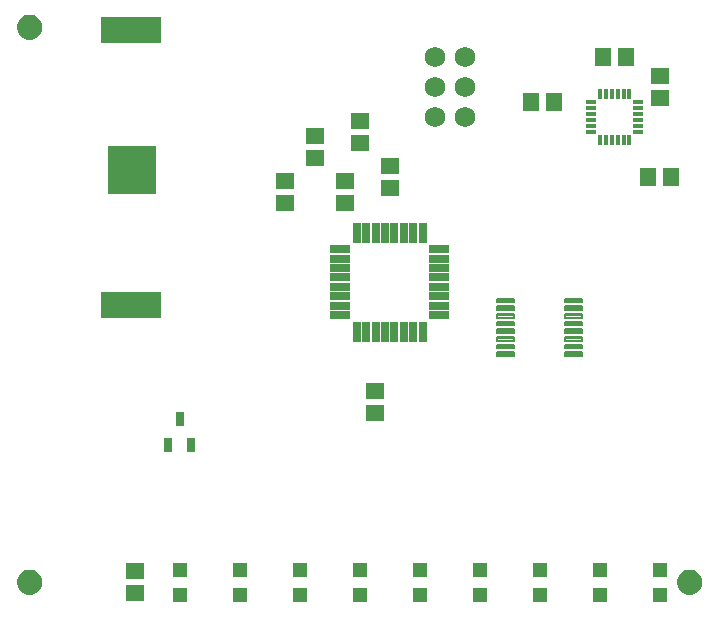
<source format=gts>
G04 EAGLE Gerber RS-274X export*
G75*
%MOMM*%
%FSLAX34Y34*%
%LPD*%
%INSoldermask Top*%
%IPPOS*%
%AMOC8*
5,1,8,0,0,1.08239X$1,22.5*%
G01*
%ADD10R,0.651600X1.701600*%
%ADD11R,1.701600X0.651600*%
%ADD12R,0.361600X0.891600*%
%ADD13R,0.891600X0.361600*%
%ADD14C,0.204637*%
%ADD15R,0.701600X1.201600*%
%ADD16C,1.727200*%
%ADD17R,5.151600X2.201600*%
%ADD18R,4.101600X4.101600*%
%ADD19R,1.401600X1.601600*%
%ADD20R,1.601600X1.401600*%
%ADD21R,1.301600X1.301600*%

G36*
X27192Y484820D02*
X27192Y484820D01*
X27235Y484832D01*
X27301Y484839D01*
X28984Y485290D01*
X29025Y485309D01*
X29088Y485328D01*
X30668Y486065D01*
X30705Y486091D01*
X30764Y486120D01*
X32192Y487120D01*
X32223Y487152D01*
X32276Y487191D01*
X33509Y488424D01*
X33534Y488460D01*
X33580Y488508D01*
X34580Y489936D01*
X34598Y489977D01*
X34635Y490032D01*
X35372Y491612D01*
X35383Y491655D01*
X35410Y491716D01*
X35861Y493399D01*
X35863Y493431D01*
X35870Y493452D01*
X35870Y493467D01*
X35880Y493508D01*
X36032Y495245D01*
X36028Y495289D01*
X36032Y495355D01*
X35880Y497092D01*
X35868Y497135D01*
X35861Y497201D01*
X35410Y498884D01*
X35391Y498925D01*
X35372Y498988D01*
X34635Y500568D01*
X34609Y500605D01*
X34580Y500664D01*
X33580Y502092D01*
X33548Y502123D01*
X33509Y502176D01*
X32276Y503409D01*
X32240Y503434D01*
X32192Y503480D01*
X30764Y504480D01*
X30723Y504498D01*
X30668Y504535D01*
X29088Y505272D01*
X29045Y505283D01*
X28984Y505310D01*
X27301Y505761D01*
X27256Y505764D01*
X27192Y505780D01*
X25455Y505932D01*
X25411Y505928D01*
X25345Y505932D01*
X23608Y505780D01*
X23565Y505768D01*
X23499Y505761D01*
X21816Y505310D01*
X21775Y505291D01*
X21712Y505272D01*
X20132Y504535D01*
X20095Y504509D01*
X20036Y504480D01*
X18608Y503480D01*
X18577Y503448D01*
X18524Y503409D01*
X17291Y502176D01*
X17266Y502140D01*
X17220Y502092D01*
X16220Y500664D01*
X16202Y500623D01*
X16165Y500568D01*
X15428Y498988D01*
X15417Y498945D01*
X15390Y498884D01*
X14939Y497201D01*
X14936Y497156D01*
X14920Y497092D01*
X14768Y495355D01*
X14772Y495311D01*
X14768Y495245D01*
X14920Y493508D01*
X14932Y493465D01*
X14936Y493431D01*
X14936Y493415D01*
X14938Y493410D01*
X14939Y493399D01*
X15390Y491716D01*
X15409Y491675D01*
X15428Y491612D01*
X16165Y490032D01*
X16191Y489995D01*
X16220Y489936D01*
X17220Y488508D01*
X17252Y488477D01*
X17291Y488424D01*
X18524Y487191D01*
X18560Y487166D01*
X18608Y487120D01*
X20036Y486120D01*
X20077Y486102D01*
X20132Y486065D01*
X21712Y485328D01*
X21755Y485317D01*
X21816Y485290D01*
X23499Y484839D01*
X23544Y484836D01*
X23608Y484820D01*
X25345Y484668D01*
X25389Y484672D01*
X25455Y484668D01*
X27192Y484820D01*
G37*
G36*
X27192Y14920D02*
X27192Y14920D01*
X27235Y14932D01*
X27301Y14939D01*
X28984Y15390D01*
X29025Y15409D01*
X29088Y15428D01*
X30668Y16165D01*
X30705Y16191D01*
X30764Y16220D01*
X32192Y17220D01*
X32223Y17252D01*
X32276Y17291D01*
X33509Y18524D01*
X33534Y18560D01*
X33580Y18608D01*
X34580Y20036D01*
X34598Y20077D01*
X34635Y20132D01*
X35372Y21712D01*
X35383Y21755D01*
X35410Y21816D01*
X35861Y23499D01*
X35863Y23531D01*
X35870Y23552D01*
X35870Y23567D01*
X35880Y23608D01*
X36032Y25345D01*
X36028Y25389D01*
X36032Y25455D01*
X35880Y27192D01*
X35868Y27235D01*
X35861Y27301D01*
X35410Y28984D01*
X35391Y29025D01*
X35372Y29088D01*
X34635Y30668D01*
X34609Y30705D01*
X34580Y30764D01*
X33580Y32192D01*
X33548Y32223D01*
X33509Y32276D01*
X32276Y33509D01*
X32240Y33534D01*
X32192Y33580D01*
X30764Y34580D01*
X30723Y34598D01*
X30668Y34635D01*
X29088Y35372D01*
X29045Y35383D01*
X28984Y35410D01*
X27301Y35861D01*
X27256Y35864D01*
X27192Y35880D01*
X25455Y36032D01*
X25411Y36028D01*
X25345Y36032D01*
X23608Y35880D01*
X23565Y35868D01*
X23499Y35861D01*
X21816Y35410D01*
X21775Y35391D01*
X21712Y35372D01*
X20132Y34635D01*
X20095Y34609D01*
X20036Y34580D01*
X18608Y33580D01*
X18577Y33548D01*
X18524Y33509D01*
X17291Y32276D01*
X17266Y32240D01*
X17220Y32192D01*
X16220Y30764D01*
X16202Y30723D01*
X16165Y30668D01*
X15428Y29088D01*
X15417Y29045D01*
X15390Y28984D01*
X14939Y27301D01*
X14936Y27256D01*
X14920Y27192D01*
X14768Y25455D01*
X14772Y25411D01*
X14768Y25345D01*
X14920Y23608D01*
X14932Y23565D01*
X14936Y23531D01*
X14936Y23515D01*
X14938Y23510D01*
X14939Y23499D01*
X15390Y21816D01*
X15409Y21775D01*
X15428Y21712D01*
X16165Y20132D01*
X16191Y20095D01*
X16220Y20036D01*
X17220Y18608D01*
X17252Y18577D01*
X17291Y18524D01*
X18524Y17291D01*
X18560Y17266D01*
X18608Y17220D01*
X20036Y16220D01*
X20077Y16202D01*
X20132Y16165D01*
X21712Y15428D01*
X21755Y15417D01*
X21816Y15390D01*
X23499Y14939D01*
X23544Y14936D01*
X23608Y14920D01*
X25345Y14768D01*
X25389Y14772D01*
X25455Y14768D01*
X27192Y14920D01*
G37*
G36*
X585992Y14920D02*
X585992Y14920D01*
X586035Y14932D01*
X586101Y14939D01*
X587784Y15390D01*
X587825Y15409D01*
X587888Y15428D01*
X589468Y16165D01*
X589505Y16191D01*
X589564Y16220D01*
X590992Y17220D01*
X591023Y17252D01*
X591076Y17291D01*
X592309Y18524D01*
X592334Y18560D01*
X592380Y18608D01*
X593380Y20036D01*
X593398Y20077D01*
X593435Y20132D01*
X594172Y21712D01*
X594183Y21755D01*
X594210Y21816D01*
X594661Y23499D01*
X594663Y23531D01*
X594670Y23552D01*
X594670Y23567D01*
X594680Y23608D01*
X594832Y25345D01*
X594828Y25389D01*
X594832Y25455D01*
X594680Y27192D01*
X594668Y27235D01*
X594661Y27301D01*
X594210Y28984D01*
X594191Y29025D01*
X594172Y29088D01*
X593435Y30668D01*
X593409Y30705D01*
X593380Y30764D01*
X592380Y32192D01*
X592348Y32223D01*
X592309Y32276D01*
X591076Y33509D01*
X591040Y33534D01*
X590992Y33580D01*
X589564Y34580D01*
X589523Y34598D01*
X589468Y34635D01*
X587888Y35372D01*
X587845Y35383D01*
X587784Y35410D01*
X586101Y35861D01*
X586056Y35864D01*
X585992Y35880D01*
X584255Y36032D01*
X584211Y36028D01*
X584145Y36032D01*
X582408Y35880D01*
X582365Y35868D01*
X582299Y35861D01*
X580616Y35410D01*
X580575Y35391D01*
X580512Y35372D01*
X578932Y34635D01*
X578895Y34609D01*
X578836Y34580D01*
X577408Y33580D01*
X577377Y33548D01*
X577324Y33509D01*
X576091Y32276D01*
X576066Y32240D01*
X576020Y32192D01*
X575020Y30764D01*
X575002Y30723D01*
X574965Y30668D01*
X574228Y29088D01*
X574217Y29045D01*
X574190Y28984D01*
X573739Y27301D01*
X573736Y27256D01*
X573720Y27192D01*
X573568Y25455D01*
X573572Y25411D01*
X573568Y25345D01*
X573720Y23608D01*
X573732Y23565D01*
X573736Y23531D01*
X573736Y23515D01*
X573738Y23510D01*
X573739Y23499D01*
X574190Y21816D01*
X574209Y21775D01*
X574228Y21712D01*
X574965Y20132D01*
X574991Y20095D01*
X575020Y20036D01*
X576020Y18608D01*
X576052Y18577D01*
X576091Y18524D01*
X577324Y17291D01*
X577360Y17266D01*
X577408Y17220D01*
X578836Y16220D01*
X578877Y16202D01*
X578932Y16165D01*
X580512Y15428D01*
X580555Y15417D01*
X580616Y15390D01*
X582299Y14939D01*
X582344Y14936D01*
X582408Y14920D01*
X584145Y14768D01*
X584189Y14772D01*
X584255Y14768D01*
X585992Y14920D01*
G37*
D10*
X302200Y237600D03*
X310200Y237600D03*
X318200Y237600D03*
X326200Y237600D03*
X334200Y237600D03*
X342200Y237600D03*
X350200Y237600D03*
X358200Y237600D03*
D11*
X372000Y251400D03*
X372000Y259400D03*
X372000Y267400D03*
X372000Y275400D03*
X372000Y283400D03*
X372000Y291400D03*
X372000Y299400D03*
X372000Y307400D03*
D10*
X358200Y321200D03*
X350200Y321200D03*
X342200Y321200D03*
X334200Y321200D03*
X326200Y321200D03*
X318200Y321200D03*
X310200Y321200D03*
X302200Y321200D03*
D11*
X288400Y307400D03*
X288400Y299400D03*
X288400Y291400D03*
X288400Y283400D03*
X288400Y275400D03*
X288400Y267400D03*
X288400Y259400D03*
X288400Y251400D03*
D12*
X508200Y399400D03*
X513200Y399400D03*
X518200Y399400D03*
X523200Y399400D03*
X528200Y399400D03*
X533200Y399400D03*
D13*
X540400Y406600D03*
X540400Y411600D03*
X540400Y416600D03*
X540400Y421600D03*
X540400Y426600D03*
X540400Y431600D03*
D12*
X533200Y438800D03*
X528200Y438800D03*
X523200Y438800D03*
X518200Y438800D03*
X513200Y438800D03*
X508200Y438800D03*
D13*
X501000Y431600D03*
X501000Y426600D03*
X501000Y421600D03*
X501000Y416600D03*
X501000Y411600D03*
X501000Y406600D03*
D14*
X435835Y262515D02*
X421165Y262515D01*
X421165Y265585D01*
X435835Y265585D01*
X435835Y262515D01*
X435835Y264459D02*
X421165Y264459D01*
X421165Y256015D02*
X435835Y256015D01*
X421165Y256015D02*
X421165Y259085D01*
X435835Y259085D01*
X435835Y256015D01*
X435835Y257959D02*
X421165Y257959D01*
X421165Y249515D02*
X435835Y249515D01*
X421165Y249515D02*
X421165Y252585D01*
X435835Y252585D01*
X435835Y249515D01*
X435835Y251459D02*
X421165Y251459D01*
X421165Y243015D02*
X435835Y243015D01*
X421165Y243015D02*
X421165Y246085D01*
X435835Y246085D01*
X435835Y243015D01*
X435835Y244959D02*
X421165Y244959D01*
X421165Y236515D02*
X435835Y236515D01*
X421165Y236515D02*
X421165Y239585D01*
X435835Y239585D01*
X435835Y236515D01*
X435835Y238459D02*
X421165Y238459D01*
X421165Y230015D02*
X435835Y230015D01*
X421165Y230015D02*
X421165Y233085D01*
X435835Y233085D01*
X435835Y230015D01*
X435835Y231959D02*
X421165Y231959D01*
X421165Y223515D02*
X435835Y223515D01*
X421165Y223515D02*
X421165Y226585D01*
X435835Y226585D01*
X435835Y223515D01*
X435835Y225459D02*
X421165Y225459D01*
X421165Y217015D02*
X435835Y217015D01*
X421165Y217015D02*
X421165Y220085D01*
X435835Y220085D01*
X435835Y217015D01*
X435835Y218959D02*
X421165Y218959D01*
X478565Y217015D02*
X493235Y217015D01*
X478565Y217015D02*
X478565Y220085D01*
X493235Y220085D01*
X493235Y217015D01*
X493235Y218959D02*
X478565Y218959D01*
X478565Y223515D02*
X493235Y223515D01*
X478565Y223515D02*
X478565Y226585D01*
X493235Y226585D01*
X493235Y223515D01*
X493235Y225459D02*
X478565Y225459D01*
X478565Y230015D02*
X493235Y230015D01*
X478565Y230015D02*
X478565Y233085D01*
X493235Y233085D01*
X493235Y230015D01*
X493235Y231959D02*
X478565Y231959D01*
X478565Y236515D02*
X493235Y236515D01*
X478565Y236515D02*
X478565Y239585D01*
X493235Y239585D01*
X493235Y236515D01*
X493235Y238459D02*
X478565Y238459D01*
X478565Y243015D02*
X493235Y243015D01*
X478565Y243015D02*
X478565Y246085D01*
X493235Y246085D01*
X493235Y243015D01*
X493235Y244959D02*
X478565Y244959D01*
X478565Y249515D02*
X493235Y249515D01*
X478565Y249515D02*
X478565Y252585D01*
X493235Y252585D01*
X493235Y249515D01*
X493235Y251459D02*
X478565Y251459D01*
X478565Y256015D02*
X493235Y256015D01*
X478565Y256015D02*
X478565Y259085D01*
X493235Y259085D01*
X493235Y256015D01*
X493235Y257959D02*
X478565Y257959D01*
X478565Y262515D02*
X493235Y262515D01*
X478565Y262515D02*
X478565Y265585D01*
X493235Y265585D01*
X493235Y262515D01*
X493235Y264459D02*
X478565Y264459D01*
D15*
X142900Y141400D03*
X161900Y141400D03*
X152400Y163400D03*
D16*
X368300Y444500D03*
X393700Y444500D03*
X393700Y469900D03*
X368300Y469900D03*
X368300Y419100D03*
X393700Y419100D03*
D17*
X111500Y260500D03*
X111500Y493000D03*
D18*
X112200Y374100D03*
D19*
X568300Y368300D03*
X549300Y368300D03*
D20*
X330200Y358800D03*
X330200Y377800D03*
D19*
X469189Y432003D03*
X450189Y432003D03*
D21*
X203200Y35900D03*
X203200Y14900D03*
X254000Y35900D03*
X254000Y14900D03*
X304800Y35900D03*
X304800Y14900D03*
X355600Y35900D03*
X355600Y14900D03*
X406400Y35900D03*
X406400Y14900D03*
X457200Y35900D03*
X457200Y14900D03*
X508000Y35900D03*
X508000Y14900D03*
X558800Y35900D03*
X558800Y14900D03*
D20*
X317500Y187300D03*
X317500Y168300D03*
D21*
X152400Y35900D03*
X152400Y14900D03*
D20*
X114300Y15900D03*
X114300Y34900D03*
X241300Y346100D03*
X241300Y365100D03*
X292100Y346100D03*
X292100Y365100D03*
X304800Y415900D03*
X304800Y396900D03*
X266700Y403200D03*
X266700Y384200D03*
X558800Y435000D03*
X558800Y454000D03*
D19*
X530200Y469900D03*
X511200Y469900D03*
M02*

</source>
